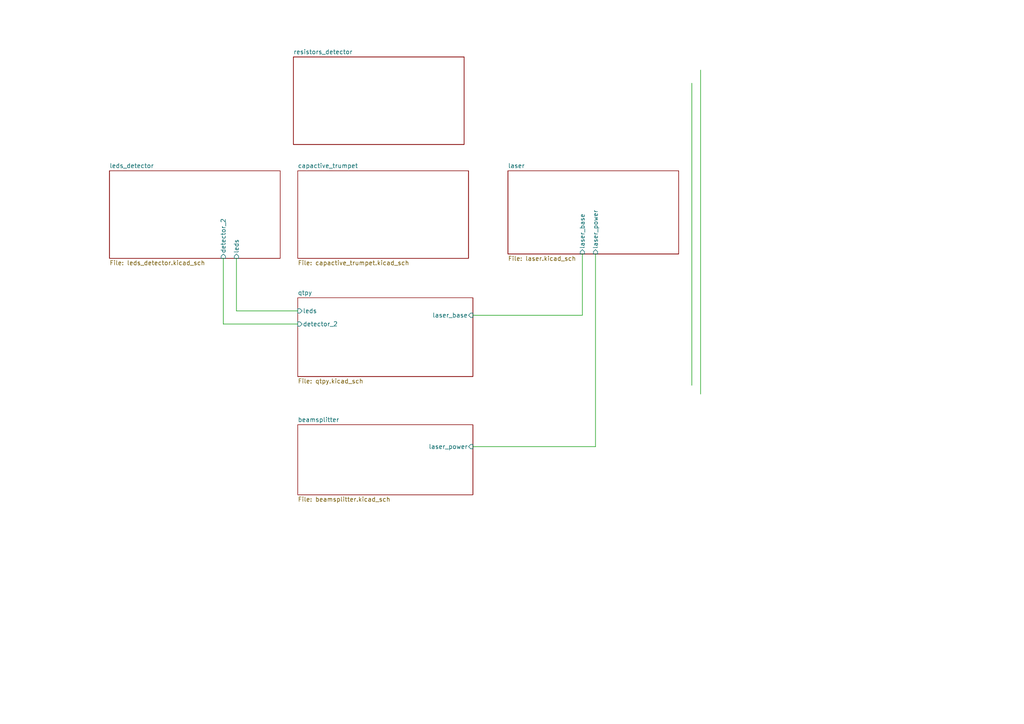
<source format=kicad_sch>
(kicad_sch (version 20230121) (generator eeschema)
  (paper "A4")
  (lib_symbols)
  (wire (pts (xy 68.58 90.17) (xy 68.58 74.93)))
  (wire (pts (xy 64.77 74.93) (xy 64.77 93.98)))
  (wire (pts (xy 172.72 73.66) (xy 172.72 129.54)))
  (wire (pts (xy 172.72 129.54) (xy 137.16 129.54)))
  (wire (pts (xy 86.36 90.17) (xy 68.58 90.17)))
  (wire (pts (xy 168.91 91.44) (xy 168.91 73.66)))
  (wire (pts (xy 64.77 93.98) (xy 86.36 93.98)))
  (wire (pts (xy 203.2 20.32) (xy 203.2 114.3)))
  (wire (pts (xy 200.66 111.76) (xy 200.66 24.13)))
  (wire (pts (xy 137.16 91.44) (xy 168.91 91.44)))
  (sheet (at 86.36 123.19) (size 50.8 20.32) (stroke (width 0.1524))
    (property "Sheetname" "beamsplitter" (at 86.36 122.4784 0) (effects (justify left bottom)))
    (property "Sheetfile" "beamsplitter.kicad_sch" (at 86.36 144.0946 0) (effects (justify left top)))
    (pin "laser_power" input (at 137.16 129.54 0))
  )
  (sheet (at 86.36 86.36) (size 50.8 22.86) (stroke (width 0.1524))
    (property "Sheetname" "qtpy" (at 86.36 85.6484 0) (effects (justify left bottom)))
    (property "Sheetfile" "qtpy.kicad_sch" (at 86.36 109.8046 0) (effects (justify left top)))
    (pin "leds" input (at 86.36 90.17 180))
    (pin "detector_2" input (at 86.36 93.98 180))
    (pin "laser_base" input (at 137.16 91.44 0))
  )
  (sheet (at 147.32 49.53) (size 49.53 24.13) (stroke (width 0.1524))
    (property "Sheetname" "laser" (at 147.32 48.8184 0) (effects (justify left bottom)))
    (property "Sheetfile" "laser.kicad_sch" (at 147.32 74.2446 0) (effects (justify left top)))
    (pin "laser_power" input (at 172.72 73.66 270))
    (pin "laser_base" input (at 168.91 73.66 270))
  )
  (sheet (at 85.09 16.51) (size 49.53 25.4) (stroke (width 0.1524))
    (property "Sheetname" "resistors_detector" (at 85.09 15.7984 0) (effects (justify left bottom)))
    (property "Sheetfile" "resistors_detector.kicad_sch" (effects hide))
  )
  (sheet (at 86.36 49.53) (size 49.53 25.4) (stroke (width 0.1524))
    (property "Sheetname" "capactive_trumpet" (at 86.36 48.8184 0) (effects (justify left bottom)))
    (property "Sheetfile" "capactive_trumpet.kicad_sch" (at 86.36 75.5146 0) (effects (justify left top)))
  )
  (sheet (at 31.75 49.53) (size 49.53 25.4) (stroke (width 0.1524))
    (property "Sheetname" "leds_detector" (at 31.75 48.8184 0) (effects (justify left bottom)))
    (property "Sheetfile" "leds_detector.kicad_sch" (at 31.75 75.5146 0) (effects (justify left top)))
    (pin "leds" input (at 68.58 74.93 270))
    (pin "detector_2" input (at 64.77 74.93 270))
  )
)
</source>
